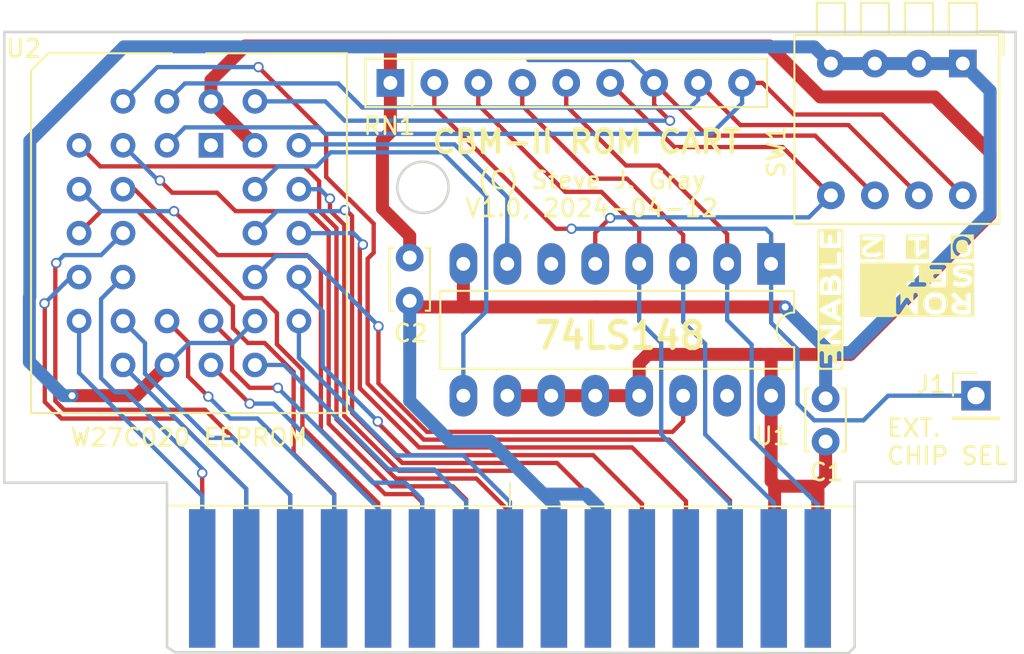
<source format=kicad_pcb>
(kicad_pcb (version 20221018) (generator pcbnew)
  (layers (0 "F.Cu" signal) (31 "B.Cu" signal) (34 "B.Paste" user) (35 "F.Paste" user) (36 "B.SilkS" user "B.Silkscreen") (37 "F.SilkS" user "F.Silkscreen") (38 "B.Mask" user) (39 "F.Mask" user) (44 "Edge.Cuts" user))
  (net 0 "")
  (net 1 "A0")
  (net 2 "A1")
  (net 3 "A2")
  (net 4 "A3")
  (net 5 "A4")
  (net 6 "A5")
  (net 7 "A6")
  (net 8 "A7")
  (net 9 "A8")
  (net 10 "A9")
  (net 11 "A10")
  (net 12 "A11")
  (net 13 "A12")
  (net 14 "5V")
  (net 15 "D0")
  (net 16 "D1")
  (net 17 "D2")
  (net 18 "D3")
  (net 19 "D4")
  (net 20 "D5")
  (net 21 "D6")
  (net 22 "D7")
  (net 23 "GND")
  (net 24 "Net-(J1-Pin_1)")
  (net 25 "S02")
  (net 26 "~{CSBANK1}")
  (net 27 "~{CSBANK2}")
  (net 28 "~{CSBANK3}")
  (net 29 "SR{slash}~{W}")
  (net 30 "ROMSET0")
  (net 31 "ROMSET1")
  (net 33 "~{CS_ROM}")
  (net 35 "E14")
  (net 36 "E13")
  (net 37 "ROMSET2")
  (net 38 "Net-(RN1-R5)")
  (footprint "Package_DIP:DIP-16_W7.62mm_LongPads" (layer "F.Cu") (at 168.7576 99.1616 -90)
    (fp_text reference "U1" (at 9.9568 -0.0508) (layer "F.SilkS"))
    (fp_text value "74LS148")
    (pad "1" thru_hole rect (at 0 0 270) (size 2.4 1.6) (drill 0.8) (layers "*.Cu" "*.Mask") (net 24 "Net-(J1-Pin_1)"))
    (pad "2" thru_hole oval (at 0 2.54 270) (size 2.4 1.6) (drill 0.8) (layers "*.Cu" "*.Mask") (net 28 "~{CSBANK3}"))
    (pad "3" thru_hole oval (at 0 5.08 270) (size 2.4 1.6) (drill 0.8) (layers "*.Cu" "*.Mask") (net 27 "~{CSBANK2}"))
    (pad "4" thru_hole oval (at 0 7.62 270) (size 2.4 1.6) (drill 0.8) (layers "*.Cu" "*.Mask") (net 26 "~{CSBANK1}"))
    (pad "5" thru_hole oval (at 0 10.16 270) (size 2.4 1.6) (drill 0.8) (layers "*.Cu" "*.Mask") (net 38 "Net-(RN1-R5)"))
    (pad "6" thru_hole oval (at 0 12.7 270) (size 2.4 1.6) (drill 0.8) (layers "*.Cu" "*.Mask"))
    (pad "7" thru_hole oval (at 0 15.24 270) (size 2.4 1.6) (drill 0.8) (layers "*.Cu" "*.Mask") (net 35 "E14"))
    (pad "8" thru_hole oval (at 0 17.78 270) (size 2.4 1.6) (drill 0.8) (layers "*.Cu" "*.Mask") (net 23 "GND"))
    (pad "9" thru_hole oval (at 7.62 17.78 270) (size 2.4 1.6) (drill 0.8) (layers "*.Cu" "*.Mask") (net 36 "E13"))
    (pad "10" thru_hole oval (at 7.62 15.24 270) (size 2.4 1.6) (drill 0.8) (layers "*.Cu" "*.Mask") (net 14 "5V"))
    (pad "11" thru_hole oval (at 7.62 12.7 270) (size 2.4 1.6) (drill 0.8) (layers "*.Cu" "*.Mask") (net 14 "5V"))
    (pad "12" thru_hole oval (at 7.62 10.16 270) (size 2.4 1.6) (drill 0.8) (layers "*.Cu" "*.Mask") (net 14 "5V"))
    (pad "13" thru_hole oval (at 7.62 7.62 270) (size 2.4 1.6) (drill 0.8) (layers "*.Cu" "*.Mask") (net 14 "5V"))
    (pad "14" thru_hole oval (at 7.62 5.08 270) (size 2.4 1.6) (drill 0.8) (layers "*.Cu" "*.Mask") (net 33 "~{CS_ROM}"))
    (pad "15" thru_hole oval (at 7.62 2.54 270) (size 2.4 1.6) (drill 0.8) (layers "*.Cu" "*.Mask"))
    (pad "16" thru_hole oval (at 7.62 0 270) (size 2.4 1.6) (drill 0.8) (layers "*.Cu" "*.Mask") (net 14 "5V"))
  )
  (footprint "Capacitor_THT:C_Disc_D3.4mm_W2.1mm_P2.50mm" (layer "F.Cu") (at 147.8788 98.7952 -90)
    (fp_text reference "C2" (at 4.3796 -0.0508 -180) (layer "F.SilkS"))
    (fp_text value "0.1uf")
    (pad "1" thru_hole circle (at 0 0 270) (size 1.6 1.6) (drill 0.8) (layers "*.Cu" "*.Mask") (net 14 "5V"))
    (pad "2" thru_hole circle (at 2.5 0 270) (size 1.6 1.6) (drill 0.8) (layers "*.Cu" "*.Mask") (net 23 "GND"))
  )
  (footprint "Resistor_THT:R_Array_SIP9" (layer "F.Cu") (at 146.7612 88.6968)
    (fp_text reference "RN1" (at -0.0508 2.4892) (layer "F.SilkS"))
    (fp_text value "4.7K")
    (pad "1" thru_hole rect (at 0 0) (size 1.6 1.6) (drill 0.8) (layers "*.Cu" "*.Mask") (net 14 "5V"))
    (pad "2" thru_hole oval (at 2.54 0) (size 1.6 1.6) (drill 0.8) (layers "*.Cu" "*.Mask") (net 24 "Net-(J1-Pin_1)"))
    (pad "3" thru_hole oval (at 5.08 0) (size 1.6 1.6) (drill 0.8) (layers "*.Cu" "*.Mask") (net 26 "~{CSBANK1}"))
    (pad "4" thru_hole oval (at 7.62 0) (size 1.6 1.6) (drill 0.8) (layers "*.Cu" "*.Mask") (net 27 "~{CSBANK2}"))
    (pad "5" thru_hole oval (at 10.16 0) (size 1.6 1.6) (drill 0.8) (layers "*.Cu" "*.Mask") (net 28 "~{CSBANK3}"))
    (pad "6" thru_hole oval (at 12.7 0) (size 1.6 1.6) (drill 0.8) (layers "*.Cu" "*.Mask") (net 38 "Net-(RN1-R5)"))
    (pad "7" thru_hole oval (at 15.24 0) (size 1.6 1.6) (drill 0.8) (layers "*.Cu" "*.Mask") (net 37 "ROMSET2"))
    (pad "8" thru_hole oval (at 17.78 0) (size 1.6 1.6) (drill 0.8) (layers "*.Cu" "*.Mask") (net 31 "ROMSET1"))
    (pad "9" thru_hole oval (at 20.32 0) (size 1.6 1.6) (drill 0.8) (layers "*.Cu" "*.Mask") (net 30 "ROMSET0"))
  )
  (footprint "Connector_PinHeader_2.54mm:PinHeader_1x01_P2.54mm_Vertical" (layer "F.Cu") (at 180.594 106.7816)
    (fp_text reference "J1" (at -2.5908 -0.6604) (layer "F.SilkS"))
    (fp_text value "EXT CS")
    (pad "1" thru_hole rect (at 0 0) (size 1.7 1.7) (drill 1) (layers "*.Cu" "*.Mask") (net 24 "Net-(J1-Pin_1)"))
  )
  (footprint "Package_LCC:PLCC-32_THT-Socket" (layer "F.Cu") (at 136.398 92.3036)
    (fp_text reference "U2" (at -10.8204 -5.588) (layer "F.SilkS"))
    (fp_text value "27C020")
    (pad "1" thru_hole rect (at 0 0) (size 1.4224 1.4224) (drill 0.8) (layers "*.Cu" "*.Mask"))
    (pad "2" thru_hole circle (at -2.54 -2.54) (size 1.4224 1.4224) (drill 0.8) (layers "*.Cu" "*.Mask") (net 31 "ROMSET1"))
    (pad "3" thru_hole circle (at -2.54 0) (size 1.4224 1.4224) (drill 0.8) (layers "*.Cu" "*.Mask") (net 30 "ROMSET0"))
    (pad "4" thru_hole circle (at -5.08 -2.54) (size 1.4224 1.4224) (drill 0.8) (layers "*.Cu" "*.Mask") (net 13 "A12"))
    (pad "5" thru_hole circle (at -7.62 0) (size 1.4224 1.4224) (drill 0.8) (layers "*.Cu" "*.Mask") (net 8 "A7"))
    (pad "6" thru_hole circle (at -5.08 0) (size 1.4224 1.4224) (drill 0.8) (layers "*.Cu" "*.Mask") (net 7 "A6"))
    (pad "7" thru_hole circle (at -7.62 2.54) (size 1.4224 1.4224) (drill 0.8) (layers "*.Cu" "*.Mask") (net 6 "A5"))
    (pad "8" thru_hole circle (at -5.08 2.54) (size 1.4224 1.4224) (drill 0.8) (layers "*.Cu" "*.Mask") (net 5 "A4"))
    (pad "9" thru_hole circle (at -7.62 5.08) (size 1.4224 1.4224) (drill 0.8) (layers "*.Cu" "*.Mask") (net 4 "A3"))
    (pad "10" thru_hole circle (at -5.08 5.08) (size 1.4224 1.4224) (drill 0.8) (layers "*.Cu" "*.Mask") (net 3 "A2"))
    (pad "11" thru_hole circle (at -7.62 7.62) (size 1.4224 1.4224) (drill 0.8) (layers "*.Cu" "*.Mask") (net 2 "A1"))
    (pad "12" thru_hole circle (at -5.08 7.62) (size 1.4224 1.4224) (drill 0.8) (layers "*.Cu" "*.Mask") (net 1 "A0"))
    (pad "13" thru_hole circle (at -7.62 10.16) (size 1.4224 1.4224) (drill 0.8) (layers "*.Cu" "*.Mask") (net 15 "D0"))
    (pad "14" thru_hole circle (at -5.08 12.7) (size 1.4224 1.4224) (drill 0.8) (layers "*.Cu" "*.Mask") (net 16 "D1"))
    (pad "15" thru_hole circle (at -5.08 10.16) (size 1.4224 1.4224) (drill 0.8) (layers "*.Cu" "*.Mask") (net 17 "D2"))
    (pad "16" thru_hole circle (at -2.54 12.7) (size 1.4224 1.4224) (drill 0.8) (layers "*.Cu" "*.Mask") (net 23 "GND"))
    (pad "17" thru_hole circle (at -2.54 10.16) (size 1.4224 1.4224) (drill 0.8) (layers "*.Cu" "*.Mask") (net 18 "D3"))
    (pad "18" thru_hole circle (at 0 12.7) (size 1.4224 1.4224) (drill 0.8) (layers "*.Cu" "*.Mask") (net 19 "D4"))
    (pad "19" thru_hole circle (at 0 10.16) (size 1.4224 1.4224) (drill 0.8) (layers "*.Cu" "*.Mask") (net 20 "D5"))
    (pad "20" thru_hole circle (at 2.54 12.7) (size 1.4224 1.4224) (drill 0.8) (layers "*.Cu" "*.Mask") (net 21 "D6"))
    (pad "21" thru_hole circle (at 5.08 10.16) (size 1.4224 1.4224) (drill 0.8) (layers "*.Cu" "*.Mask") (net 22 "D7"))
    (pad "22" thru_hole circle (at 2.54 10.16) (size 1.4224 1.4224) (drill 0.8) (layers "*.Cu" "*.Mask") (net 23 "GND"))
    (pad "23" thru_hole circle (at 5.08 7.62) (size 1.4224 1.4224) (drill 0.8) (layers "*.Cu" "*.Mask") (net 11 "A10"))
    (pad "24" thru_hole circle (at 2.54 7.62) (size 1.4224 1.4224) (drill 0.8) (layers "*.Cu" "*.Mask") (net 33 "~{CS_ROM}"))
    (pad "25" thru_hole circle (at 5.08 5.08) (size 1.4224 1.4224) (drill 0.8) (layers "*.Cu" "*.Mask") (net 12 "A11"))
    (pad "26" thru_hole circle (at 2.54 5.08) (size 1.4224 1.4224) (drill 0.8) (layers "*.Cu" "*.Mask") (net 10 "A9"))
    (pad "27" thru_hole circle (at 5.08 2.54) (size 1.4224 1.4224) (drill 0.8) (layers "*.Cu" "*.Mask") (net 9 "A8"))
    (pad "28" thru_hole circle (at 2.54 2.54) (size 1.4224 1.4224) (drill 0.8) (layers "*.Cu" "*.Mask") (net 36 "E13"))
    (pad "29" thru_hole circle (at 5.08 0) (size 1.4224 1.4224) (drill 0.8) (layers "*.Cu" "*.Mask") (net 35 "E14"))
    (pad "30" thru_hole circle (at 2.54 -2.54) (size 1.4224 1.4224) (drill 0.8) (layers "*.Cu" "*.Mask") (net 37 "ROMSET2"))
    (pad "31" thru_hole circle (at 2.54 0) (size 1.4224 1.4224) (drill 0.8) (layers "*.Cu" "*.Mask") (net 14 "5V"))
    (pad "32" thru_hole circle (at 0 -2.54) (size 1.4224 1.4224) (drill 0.8) (layers "*.Cu" "*.Mask") (net 14 "5V"))
  )
  (footprint "Button_Switch_THT:SW_DIP_SPSTx04_Piano_10.8x11.72mm_W7.62mm_P2.54mm" (layer "F.Cu") (at 179.832 87.5792 -90)
    (fp_text reference "SW1" (at 5.08 10.7696 90) (layer "F.SilkS"))
    (fp_text value "ROMSET/ENABLE")
    (pad "1" thru_hole rect (at 0 0 270) (size 1.6 1.6) (drill 0.8) (layers "*.Cu" "*.Mask") (net 23 "GND"))
    (pad "2" thru_hole oval (at 0 2.54 270) (size 1.6 1.6) (drill 0.8) (layers "*.Cu" "*.Mask") (net 23 "GND"))
    (pad "3" thru_hole oval (at 0 5.08 270) (size 1.6 1.6) (drill 0.8) (layers "*.Cu" "*.Mask") (net 23 "GND"))
    (pad "4" thru_hole oval (at 0 7.62 270) (size 1.6 1.6) (drill 0.8) (layers "*.Cu" "*.Mask") (net 23 "GND"))
    (pad "5" thru_hole oval (at 7.62 7.62 270) (size 1.6 1.6) (drill 0.8) (layers "*.Cu" "*.Mask") (net 38 "Net-(RN1-R5)"))
    (pad "6" thru_hole oval (at 7.62 5.08 270) (size 1.6 1.6) (drill 0.8) (layers "*.Cu" "*.Mask") (net 37 "ROMSET2"))
    (pad "7" thru_hole oval (at 7.62 2.54 270) (size 1.6 1.6) (drill 0.8) (layers "*.Cu" "*.Mask") (net 31 "ROMSET1"))
    (pad "8" thru_hole oval (at 7.62 0 270) (size 1.6 1.6) (drill 0.8) (layers "*.Cu" "*.Mask") (net 30 "ROMSET0"))
  )
  (footprint "Capacitor_THT:C_Disc_D3.4mm_W2.1mm_P2.50mm" (layer "F.Cu") (at 171.9072 109.434 90)
    (fp_text reference "C1" (at -1.7672 0.0508 180) (layer "F.SilkS"))
    (fp_text value "0.1uf")
    (pad "1" thru_hole circle (at 0 0 90) (size 1.6 1.6) (drill 0.8) (layers "*.Cu" "*.Mask") (net 14 "5V"))
    (pad "2" thru_hole circle (at 2.5 0 90) (size 1.6 1.6) (drill 0.8) (layers "*.Cu" "*.Mask") (net 23 "GND"))
  )
  (footprint "footprint:CBM2-Cart-Edge" (layer "F.Cu") (at 124.46 121.158)
    (fp_text reference "P1" hide)
    (fp_text value "cbm-ii-cartedge" hide)
    (pad "1" smd rect (at 11.43 -3.81 180) (size 1.524 8) (layers "F.Cu" "F.Paste" "F.Mask") (net 1 "A0"))
    (pad "2" smd rect (at 13.97 -3.81 180) (size 1.524 8) (layers "F.Cu" "F.Paste" "F.Mask") (net 2 "A1"))
    (pad "3" smd rect (at 16.51 -3.81 180) (size 1.524 8) (layers "F.Cu" "F.Paste" "F.Mask") (net 3 "A2"))
    (pad "4" smd rect (at 19.05 -3.81 180) (size 1.524 8) (layers "F.Cu" "F.Paste" "F.Mask") (net 4 "A3"))
    (pad "5" smd rect (at 21.59 -3.81 180) (size 1.524 8) (layers "F.Cu" "F.Paste" "F.Mask") (net 5 "A4"))
    (pad "6" smd rect (at 24.13 -3.81 180) (size 1.524 8) (layers "F.Cu" "F.Paste" "F.Mask") (net 6 "A5"))
    (pad "7" smd rect (at 26.67 -3.81 180) (size 1.524 8) (layers "F.Cu" "F.Paste" "F.Mask") (net 7 "A6"))
    (pad "8" smd rect (at 29.21 -3.81 180) (size 1.524 8) (layers "F.Cu" "F.Paste" "F.Mask") (net 8 "A7"))
    (pad "9" smd rect (at 31.75 -3.81 180) (size 1.524 8) (layers "F.Cu" "F.Paste" "F.Mask") (net 9 "A8"))
    (pad "10" smd rect (at 34.29 -3.81 180) (size 1.524 8) (layers "F.Cu" "F.Paste" "F.Mask") (net 10 "A9"))
    (pad "11" smd rect (at 36.83 -3.81 180) (size 1.524 8) (layers "F.Cu" "F.Paste" "F.Mask") (net 11 "A10"))
    (pad "12" smd rect (at 39.37 -3.81 180) (size 1.524 8) (layers "F.Cu" "F.Paste" "F.Mask") (net 12 "A11"))
    (pad "13" smd rect (at 41.91 -3.81 180) (size 1.524 8) (layers "F.Cu" "F.Paste" "F.Mask") (net 13 "A12"))
    (pad "14" smd rect (at 44.45 -3.81 180) (size 1.524 8) (layers "F.Cu" "F.Paste" "F.Mask") (net 14 "5V"))
    (pad "15" smd rect (at 46.99 -3.81 180) (size 1.524 8) (layers "F.Cu" "F.Paste" "F.Mask") (net 14 "5V"))
    (pad "16" smd rect (at 11.43 -3.81) (size 1.524 8) (layers "B.Cu" "B.Paste" "B.Mask") (net 15 "D0"))
    (pad "17" smd rect (at 13.97 -3.81) (size 1.524 8) (layers "B.Cu" "B.Paste" "B.Mask") (net 16 "D1"))
    (pad "18" smd rect (at 16.51 -3.81) (size 1.524 8) (layers "B.Cu" "B.Paste" "B.Mask") (net 17 "D2"))
    (pad "19" smd rect (at 19.05 -3.81) (size 1.524 8) (layers "B.Cu" "B.Paste" "B.Mask") (net 18 "D3"))
    (pad "20" smd rect (at 21.59 -3.81) (size 1.524 8) (layers "B.Cu" "B.Paste" "B.Mask") (net 19 "D4"))
    (pad "21" smd rect (at 24.13 -3.81) (size 1.524 8) (layers "B.Cu" "B.Paste" "B.Mask") (net 20 "D5"))
    (pad "22" smd rect (at 26.67 -3.81) (size 1.524 8) (layers "B.Cu" "B.Paste" "B.Mask") (net 21 "D6"))
    (pad "23" smd rect (at 29.21 -3.81) (size 1.524 8) (layers "B.Cu" "B.Paste" "B.Mask") (net 22 "D7"))
    (pad "24" smd rect (at 31.75 -3.81) (size 1.524 8) (layers "B.Cu" "B.Paste" "B.Mask") (net 23 "GND"))
    (pad "25" smd rect (at 34.29 -3.81) (size 1.524 8) (layers "B.Cu" "B.Paste" "B.Mask") (net 23 "GND"))
    (pad "26" smd rect (at 36.83 -3.81) (size 1.524 8) (layers "B.Cu" "B.Paste" "B.Mask") (net 29 "SR{slash}~{W}"))
    (pad "27" smd rect (at 39.37 -3.81) (size 1.524 8) (layers "B.Cu" "B.Paste" "B.Mask") (net 25 "S02"))
    (pad "28" smd rect (at 41.91 -3.81) (size 1.524 8) (layers "B.Cu" "B.Paste" "B.Mask") (net 26 "~{CSBANK1}"))
    (pad "29" smd rect (at 44.45 -3.81) (size 1.524 8) (layers "B.Cu" "B.Paste" "B.Mask") (net 27 "~{CSBANK2}"))
    (pad "30" smd rect (at 46.99 -3.81) (size 1.524 8) (layers "B.Cu" "B.Paste" "B.Mask") (net 28 "~{CSBANK3}"))
  )
  (gr_rect (start 173.9646 99.1616) (end 175.8442 102.1588) (stroke (width 0.15)) (fill solid) (layer "F.SilkS"))
  (gr_line (start 133.858 111.8108) (end 124.46 111.8108) (stroke (width 0.15)) (layer "Edge.Cuts"))
  (gr_circle (center 148.6408 94.734139) (end 148.4884 96.207339) (stroke (width 0.15)) (fill none) (layer "Edge.Cuts"))
  (gr_line (start 182.88 111.76) (end 173.5836 111.76) (stroke (width 0.15)) (layer "Edge.Cuts"))
  (gr_line (start 124.46 111.8108) (end 124.46 85.7504) (stroke (width 0.15)) (layer "Edge.Cuts"))
  (gr_line (start 173.5836 111.76) (end 173.5836 121.3104) (stroke (width 0.15)) (layer "Edge.Cuts"))
  (gr_line (start 124.46 85.7504) (end 182.88 85.7504) (stroke (width 0.15)) (layer "Edge.Cuts"))
  (gr_line (start 134.3152 121.6152) (end 133.858 121.3104) (stroke (width 0.15)) (layer "Edge.Cuts"))
  (gr_line (start 173.228 121.666) (end 134.3152 121.6152) (stroke (width 0.15)) (layer "Edge.Cuts"))
  (gr_line (start 133.858 121.3104) (end 133.858 111.8108) (stroke (width 0.15)) (layer "Edge.Cuts"))
  (gr_line (start 173.5836 121.3104) (end 173.228 121.666) (stroke (width 0.15)) (layer "Edge.Cuts"))
  (gr_line (start 182.88 85.7504) (end 182.88 111.76) (stroke (width 0.15)) (layer "Edge.Cuts"))
  (gr_text "CBM-II ROM CART\n" (at 158.0896 92.8624) (layer "F.SilkS") (effects (font (size 1.3 1.3) (thickness 0.25) bold) (justify bottom)))
  (gr_text "0" (at 180.6956 97.536 180) (layer "F.SilkS" knockout) (effects (font (size 1 1.6) (thickness 0.2)) (justify left bottom)))
  (gr_text "ENABLE" (at 172.8216 105.5624 90) (layer "F.SilkS" knockout) (effects (font (size 1 1.5) (thickness 0.25) bold) (justify left bottom)))
  (gr_text "1" (at 178.1048 97.536 180) (layer "F.SilkS" knockout) (effects (font (size 1 1.6) (thickness 0.2)) (justify left bottom)))
  (gr_text "ROM \nSET " (at 180.6956 99.2124 180) (layer "F.SilkS" knockout) (effects (font (size 1 1.5) (thickness 0.25) bold) (justify left bottom)))
  (gr_text "74LS148" (at 154.94 104.1908) (layer "F.SilkS") (effects (font (size 1.5 1.5) (thickness 0.3) bold) (justify left bottom)))
  (gr_text "EXT.\nCHIP SEL" (at 175.3616 110.8456) (layer "F.SilkS") (effects (font (size 1 1)) (justify left bottom)))
  (gr_text "W27C020 EEPROM" (at 135.128 109.7788) (layer "F.SilkS") (effects (font (size 1 1)) (justify bottom)))
  (gr_text "2" (at 175.4632 97.536 180) (layer "F.SilkS" knockout) (effects (font (size 1 1.6) (thickness 0.2)) (justify left bottom)))
  (gr_text "(C) Steve J. Gray\nV1.0, 2024-04-12" (at 158.3944 96.52) (layer "F.SilkS") (effects (font (size 1 1)) (justify bottom)))
  (segment (start 135.8982 112.2254) (end 135.8982 117.5044) (width 0.25) (layer "F.Cu") (net 1))
  (segment (start 135.89 111.252) (end 135.89 112.2172) (width 0.25) (layer "F.Cu") (net 1))
  (segment (start 135.89 112.2172) (end 135.8982 112.2254) (width 0.25) (layer "F.Cu") (net 1))
  (via (at 135.89 111.252) (size 0.6) (drill 0.4) (layers "F.Cu" "B.Cu") (net 1))
  (segment (start 131.4196 99.9236) (end 131.6736 100.1776) (width 0.25) (layer "B.Cu") (net 1))
  (segment (start 135.382 110.49) (end 135.89 110.998) (width 0.25) (layer "B.Cu") (net 1))
  (segment (start 130.048 105.7656) (end 130.8608 106.5784) (width 0.25) (layer "B.Cu") (net 1))
  (segment (start 135.89 110.998) (end 135.89 111.252) (width 0.25) (layer "B.Cu") (net 1))
  (segment (start 130.8608 106.5784) (end 131.4704 106.5784) (width 0.25) (layer "B.Cu") (net 1))
  (segment (start 131.318 99.9236) (end 131.4196 99.9236) (width 0.25) (layer "B.Cu") (net 1))
  (segment (start 130.048 101.1936) (end 130.048 105.7656) (width 0.25) (layer "B.Cu") (net 1))
  (segment (start 131.4704 106.5784) (end 135.382 110.49) (width 0.25) (layer "B.Cu") (net 1))
  (segment (start 130.048 101.1936) (end 131.318 99.9236) (width 0.25) (layer "B.Cu") (net 1))
  (segment (start 138.4382 112.1746) (end 138.4382 117.5044) (width 0.25) (layer "F.Cu") (net 2))
  (segment (start 126.7968 107.1372) (end 127.762 108.1024) (width 0.25) (layer "F.Cu") (net 2))
  (segment (start 127.762 108.1024) (end 134.366 108.1024) (width 0.25) (layer "F.Cu") (net 2))
  (segment (start 134.366 108.1024) (end 138.4382 112.1746) (width 0.25) (layer "F.Cu") (net 2))
  (segment (start 126.7814 101.4476) (end 126.7968 101.463) (width 0.25) (layer "F.Cu") (net 2))
  (segment (start 126.7968 101.463) (end 126.7968 107.1372) (width 0.25) (layer "F.Cu") (net 2))
  (via (at 126.7814 101.4476) (size 0.6) (drill 0.4) (layers "F.Cu" "B.Cu") (net 2))
  (segment (start 126.7814 101.4476) (end 128.3054 99.9236) (width 0.25) (layer "B.Cu") (net 2))
  (segment (start 128.3054 99.9236) (end 128.778 99.9236) (width 0.25) (layer "B.Cu") (net 2))
  (segment (start 140.9782 112.522) (end 140.9782 117.5044) (width 0.25) (layer "F.Cu") (net 3))
  (segment (start 136.0506 107.5944) (end 140.9782 112.522) (width 0.25) (layer "F.Cu") (net 3))
  (segment (start 127.9144 107.5944) (end 136.0506 107.5944) (width 0.25) (layer "F.Cu") (net 3))
  (segment (start 127.4064 99.1616) (end 127.4064 107.0864) (width 0.25) (layer "F.Cu") (net 3))
  (segment (start 127.4064 107.0864) (end 127.9144 107.5944) (width 0.25) (layer "F.Cu") (net 3))
  (segment (start 127.4572 99.1108) (end 127.4064 99.1616) (width 0.25) (layer "F.Cu") (net 3))
  (via (at 127.4572 99.1108) (size 0.6) (drill 0.4) (layers "F.Cu" "B.Cu") (net 3))
  (segment (start 130.048 98.6536) (end 131.318 97.3836) (width 0.25) (layer "B.Cu") (net 3))
  (segment (start 127.4572 99.1108) (end 127.9144 98.6536) (width 0.25) (layer "B.Cu") (net 3))
  (segment (start 127.9144 98.6536) (end 130.048 98.6536) (width 0.25) (layer "B.Cu") (net 3))
  (segment (start 138.5316 103.7336) (end 139.4968 103.7336) (width 0.25) (layer "F.Cu") (net 4))
  (segment (start 137.668 101.6) (end 137.668 102.87) (width 0.25) (layer "F.Cu") (net 4))
  (segment (start 141.1732 110.1262) (end 143.5182 112.4712) (width 0.25) (layer "F.Cu") (net 4))
  (segment (start 130.048 96.1136) (end 132.1816 96.1136) (width 0.25) (layer "F.Cu") (net 4))
  (segment (start 139.4968 103.7336) (end 141.1732 105.41) (width 0.25) (layer "F.Cu") (net 4))
  (segment (start 132.1816 96.1136) (end 137.668 101.6) (width 0.25) (layer "F.Cu") (net 4))
  (segment (start 143.5182 112.4712) (end 143.5182 117.5044) (width 0.25) (layer "F.Cu") (net 4))
  (segment (start 137.668 102.87) (end 138.5316 103.7336) (width 0.25) (layer "F.Cu") (net 4))
  (segment (start 128.778 97.3836) (end 130.048 96.1136) (width 0.25) (layer "F.Cu") (net 4))
  (segment (start 141.1732 105.41) (end 141.1732 110.1262) (width 0.25) (layer "F.Cu") (net 4))
  (segment (start 141.6812 108.6104) (end 146.0582 112.9874) (width 0.25) (layer "F.Cu") (net 5))
  (segment (start 140.208 103.808404) (end 141.6812 105.281604) (width 0.25) (layer "F.Cu") (net 5))
  (segment (start 146.0582 112.9874) (end 146.0582 117.5044) (width 0.25) (layer "F.Cu") (net 5))
  (segment (start 131.9784 94.8436) (end 138.2776 101.1428) (width 0.25) (layer "F.Cu") (net 5))
  (segment (start 139.3444 101.1428) (end 140.208 102.0064) (width 0.25) (layer "F.Cu") (net 5))
  (segment (start 131.318 94.8436) (end 131.9784 94.8436) (width 0.25) (layer "F.Cu") (net 5))
  (segment (start 141.6812 105.281604) (end 141.6812 108.6104) (width 0.25) (layer "F.Cu") (net 5))
  (segment (start 140.208 102.0064) (end 140.208 103.808404) (width 0.25) (layer "F.Cu") (net 5))
  (segment (start 138.2776 101.1428) (end 139.3444 101.1428) (width 0.25) (layer "F.Cu") (net 5))
  (segment (start 148.1328 112.4712) (end 146.4564 112.4712) (width 0.25) (layer "F.Cu") (net 6))
  (segment (start 148.5982 112.9366) (end 148.1328 112.4712) (width 0.25) (layer "F.Cu") (net 6))
  (segment (start 142.748 108.7628) (end 142.748 99.4664) (width 0.25) (layer "F.Cu") (net 6))
  (segment (start 146.4564 112.4712) (end 142.748 108.7628) (width 0.25) (layer "F.Cu") (net 6))
  (segment (start 141.9352 98.6536) (end 136.8044 98.6536) (width 0.25) (layer "F.Cu") (net 6))
  (segment (start 142.748 99.4664) (end 141.9352 98.6536) (width 0.25) (layer "F.Cu") (net 6))
  (segment (start 136.8044 98.6536) (end 134.2644 96.1136) (width 0.25) (layer "F.Cu") (net 6))
  (segment (start 148.5982 117.5044) (end 148.5982 112.9366) (width 0.25) (layer "F.Cu") (net 6))
  (via (at 134.2644 96.1136) (size 0.6) (drill 0.4) (layers "F.Cu" "B.Cu") (net 6))
  (segment (start 130.048 96.1136) (end 128.778 94.8436) (width 0.25) (layer "B.Cu") (net 6))
  (segment (start 134.2644 96.1136) (end 130.048 96.1136) (width 0.25) (layer "B.Cu") (net 6))
  (segment (start 136.7536 95.0468) (end 134.1628 95.0468) (width 0.25) (layer "F.Cu") (net 7))
  (segment (start 134.1628 95.0468) (end 133.4516 94.3356) (width 0.25) (layer "F.Cu") (net 7))
  (segment (start 142.0368 96.1136) (end 137.8204 96.1136) (width 0.25) (layer "F.Cu") (net 7))
  (segment (start 151.1382 117.5044) (end 151.1382 112.7842) (width 0.25) (layer "F.Cu") (net 7))
  (segment (start 146.8192 112.0212) (end 143.198 108.4) (width 0.25) (layer "F.Cu") (net 7))
  (segment (start 143.198 108.4) (end 143.198 97.2748) (width 0.25) (layer "F.Cu") (net 7))
  (segment (start 137.8204 96.1136) (end 136.7536 95.0468) (width 0.25) (layer "F.Cu") (net 7))
  (segment (start 150.3752 112.0212) (end 146.8192 112.0212) (width 0.25) (layer "F.Cu") (net 7))
  (segment (start 151.1382 112.7842) (end 150.3752 112.0212) (width 0.25) (layer "F.Cu") (net 7))
  (segment (start 143.198 97.2748) (end 142.0368 96.1136) (width 0.25) (layer "F.Cu") (net 7))
  (via (at 133.4516 94.3356) (size 0.6) (drill 0.4) (layers "F.Cu" "B.Cu") (net 7))
  (segment (start 133.35 94.3356) (end 131.318 92.3036) (width 0.25) (layer "B.Cu") (net 7))
  (segment (start 133.4516 94.3356) (end 133.35 94.3356) (width 0.25) (layer "B.Cu") (net 7))
  (segment (start 129.9972 93.5228) (end 128.778 92.3036) (width 0.25) (layer "F.Cu") (net 8))
  (segment (start 142.6464 94.3864) (end 141.7828 93.5228) (width 0.25) (layer "F.Cu") (net 8))
  (segment (start 142.6464 96.086804) (end 142.6464 94.3864) (width 0.25) (layer "F.Cu") (net 8))
  (segment (start 143.648 97.088404) (end 142.6464 96.086804) (width 0.25) (layer "F.Cu") (net 8))
  (segment (start 153.6782 113.519404) (end 151.729996 111.5712) (width 0.25) (layer "F.Cu") (net 8))
  (segment (start 141.7828 93.5228) (end 129.9972 93.5228) (width 0.25) (layer "F.Cu") (net 8))
  (segment (start 147.0804 111.5712) (end 143.648 108.1388) (width 0.25) (layer "F.Cu") (net 8))
  (segment (start 153.6782 117.5044) (end 153.6782 113.519404) (width 0.25) (layer "F.Cu") (net 8))
  (segment (start 151.729996 111.5712) (end 147.0804 111.5712) (width 0.25) (layer "F.Cu") (net 8))
  (segment (start 143.648 108.1388) (end 143.648 97.088404) (width 0.25) (layer "F.Cu") (net 8))
  (segment (start 156.2182 112.9874) (end 156.2182 117.5044) (width 0.25) (layer "F.Cu") (net 9))
  (segment (start 143.2714 96.075408) (end 144.098 96.902008) (width 0.25) (layer "F.Cu") (net 9))
  (segment (start 154.352 111.1212) (end 156.2182 112.9874) (width 0.25) (layer "F.Cu") (net 9))
  (segment (start 144.098 96.902008) (end 144.098 107.952404) (width 0.25) (layer "F.Cu") (net 9))
  (segment (start 143.2714 95.385925) (end 143.2714 96.075408) (width 0.25) (layer "F.Cu") (net 9))
  (segment (start 147.266796 111.1212) (end 154.352 111.1212) (width 0.25) (layer "F.Cu") (net 9))
  (segment (start 144.098 107.952404) (end 147.266796 111.1212) (width 0.25) (layer "F.Cu") (net 9))
  (via (at 143.2714 95.385925) (size 0.6) (drill 0.4) (layers "F.Cu" "B.Cu") (net 9))
  (segment (start 143.240525 95.385925) (end 142.6982 94.8436) (width 0.25) (layer "B.Cu") (net 9))
  (segment (start 143.2714 95.385925) (end 143.240525 95.385925) (width 0.25) (layer "B.Cu") (net 9))
  (segment (start 142.6982 94.8436) (end 141.478 94.8436) (width 0.25) (layer "B.Cu") (net 9))
  (segment (start 144.131138 96.051262) (end 144.209662 96.051262) (width 0.25) (layer "F.Cu") (net 10))
  (segment (start 158.7582 113.0382) (end 158.7582 117.5044) (width 0.25) (layer "F.Cu") (net 10))
  (segment (start 147.453192 110.6712) (end 156.3912 110.6712) (width 0.25) (layer "F.Cu") (net 10))
  (segment (start 144.548 107.766008) (end 147.453192 110.6712) (width 0.25) (layer "F.Cu") (net 10))
  (segment (start 144.209662 96.051262) (end 144.548 96.3896) (width 0.25) (layer "F.Cu") (net 10))
  (segment (start 156.3912 110.6712) (end 158.7582 113.0382) (width 0.25) (layer "F.Cu") (net 10))
  (segment (start 144.548 96.3896) (end 144.548 107.766008) (width 0.25) (layer "F.Cu") (net 10))
  (via (at 144.131138 96.051262) (size 0.6) (drill 0.4) (layers "F.Cu" "B.Cu") (net 10))
  (segment (start 144.131138 96.051262) (end 144.0688 96.1136) (width 0.25) (layer "B.Cu") (net 10))
  (segment (start 144.0688 96.1136) (end 140.208 96.1136) (width 0.25) (layer "B.Cu") (net 10))
  (segment (start 140.208 96.1136) (end 138.938 97.3836) (width 0.25) (layer "B.Cu") (net 10))
  (segment (start 158.4812 110.2212) (end 161.2982 113.0382) (width 0.25) (layer "F.Cu") (net 11))
  (segment (start 147.9148 110.2212) (end 158.4812 110.2212) (width 0.25) (layer "F.Cu") (net 11))
  (segment (start 161.2982 113.0382) (end 161.2982 117.5044) (width 0.25) (layer "F.Cu") (net 11))
  (segment (start 145.9992 108.3056) (end 147.9148 110.2212) (width 0.25) (layer "F.Cu") (net 11))
  (via (at 146.034742 108.270058) (size 0.6) (drill 0.4) (layers "F.Cu" "B.Cu") (net 11))
  (segment (start 142.8496 101.9048) (end 142.8496 105.084916) (width 0.25) (layer "B.Cu") (net 11))
  (segment (start 141.478 99.9236) (end 141.478 100.5332) (width 0.25) (layer "B.Cu") (net 11))
  (segment (start 141.478 100.5332) (end 142.8496 101.9048) (width 0.25) (layer "B.Cu") (net 11))
  (segment (start 142.8496 105.084916) (end 146.034742 108.270058) (width 0.25) (layer "B.Cu") (net 11))
  (segment (start 144.998 98.219) (end 144.998 106.349432) (width 0.25) (layer "F.Cu") (net 12))
  (segment (start 160.7236 109.7712) (end 163.8382 112.8858) (width 0.25) (layer "F.Cu") (net 12))
  (segment (start 148.419768 109.7712) (end 160.7236 109.7712) (width 0.25) (layer "F.Cu") (net 12))
  (segment (start 163.8382 112.8858) (end 163.8382 117.5044) (width 0.25) (layer "F.Cu") (net 12))
  (segment (start 144.998 106.349432) (end 148.419768 109.7712) (width 0.25) (layer "F.Cu") (net 12))
  (segment (start 145.173 98.044) (end 144.998 98.219) (width 0.25) (layer "F.Cu") (net 12))
  (via (at 145.173 98.044) (size 0.6) (drill 0.4) (layers "F.Cu" "B.Cu") (net 12))
  (segment (start 144.6276 97.3836) (end 141.478 97.3836) (width 0.25) (layer "B.Cu") (net 12))
  (segment (start 145.173 97.929) (end 144.6276 97.3836) (width 0.25) (layer "B.Cu") (net 12))
  (segment (start 145.173 98.044) (end 145.173 97.929) (width 0.25) (layer "B.Cu") (net 12))
  (segment (start 139.1412 87.7824) (end 143.0528 91.694) (width 0.25) (layer "F.Cu") (net 13))
  (segment (start 143.0528 94.1324) (end 144.346662 95.426262) (width 0.25) (layer "F.Cu") (net 13))
  (segment (start 166.3782 112.835) (end 166.3782 117.5044) (width 0.25) (layer "F.Cu") (net 13))
  (segment (start 145.798 96.83424) (end 145.798 98.51475) (width 0.25) (layer "F.Cu") (net 13))
  (segment (start 143.0528 91.694) (end 143.0528 94.1324) (width 0.25) (layer "F.Cu") (net 13))
  (segment (start 148.6912 109.3212) (end 162.8644 109.3212) (width 0.25) (layer "F.Cu") (net 13))
  (segment (start 144.390022 95.426262) (end 145.798 96.83424) (width 0.25) (layer "F.Cu") (net 13))
  (segment (start 162.8644 109.3212) (end 166.3782 112.835) (width 0.25) (layer "F.Cu") (net 13))
  (segment (start 145.448 98.86475) (end 145.448 106.078) (width 0.25) (layer "F.Cu") (net 13))
  (segment (start 144.346662 95.426262) (end 144.390022 95.426262) (width 0.25) (layer "F.Cu") (net 13))
  (segment (start 145.448 106.078) (end 148.6912 109.3212) (width 0.25) (layer "F.Cu") (net 13))
  (segment (start 145.798 98.51475) (end 145.448 98.86475) (width 0.25) (layer "F.Cu") (net 13))
  (via (at 139.1412 87.7824) (size 0.6) (drill 0.4) (layers "F.Cu" "B.Cu") (net 13))
  (segment (start 133.2992 87.7824) (end 131.318 89.7636) (width 0.25) (layer "B.Cu") (net 13))
  (segment (start 139.1412 87.7824) (end 133.2992 87.7824) (width 0.25) (layer "B.Cu") (net 13))
  (segment (start 146.7612 88.6968) (end 146.7612 86.614) (width 0.75) (layer "F.Cu") (net 14))
  (segment (start 136.398 88.5444) (end 138.3792 86.5632) (width 0.75) (layer "F.Cu") (net 14))
  (segment (start 161.6456 104.394) (end 168.148 104.394) (width 0.75) (layer "F.Cu") (net 14))
  (segment (start 171.4582 112.0058) (end 171.4582 112.9284) (width 0.75) (layer "F.Cu") (net 14))
  (segment (start 168.656 86.5632) (end 171.6024 89.5096) (width 0.75) (layer "F.Cu") (net 14))
  (segment (start 136.398 89.7636) (end 138.938 92.3036) (width 0.75) (layer "F.Cu") (net 14))
  (segment (start 168.9608 117.4618) (end 168.9182 117.5044) (width 0.75) (layer "F.Cu") (net 14))
  (segment (start 146.7612 86.614) (end 146.7104 86.5632) (width 0.75) (layer "F.Cu") (net 14))
  (segment (start 153.5176 106.7816) (end 156.0576 106.7816) (width 0.75) (layer "F.Cu") (net 14))
  (segment (start 136.398 89.7636) (end 136.398 88.5444) (width 0.75) (layer "F.Cu") (net 14))
  (segment (start 171.6024 89.5096) (end 178.2064 89.5096) (width 0.75) (layer "F.Cu") (net 14))
  (segment (start 178.2064 89.5096) (end 181.4068 92.71) (width 0.75) (layer "F.Cu") (net 14))
  (segment (start 147.8788 97.536) (end 146.304 95.9612) (width 0.75) (layer "F.Cu") (net 14))
  (segment (start 156.0576 106.7816) (end 158.5976 106.7816) (width 0.75) (layer "F.Cu") (net 14))
  (segment (start 181.4068 96.3168) (end 173.3296 104.394) (width 0.75) (layer "F.Cu") (net 14))
  (segment (start 168.7576 106.7816) (end 168.7576 111.7092) (width 0.75) (layer "F.Cu") (net 14))
  (segment (start 168.9182 112.8186) (end 168.9608 112.776) (width 0.25) (layer "F.Cu") (net 14))
  (segment (start 168.7576 104.4448) (end 168.7068 104.394) (width 0.75) (layer "F.Cu") (net 14))
  (segment (start 168.7068 104.394) (end 168.148 104.394) (width 0.75) (layer "F.Cu") (net 14))
  (segment (start 168.7576 111.7092) (end 169.0624 112.014) (width 0.75) (layer "F.Cu") (net 14))
  (segment (start 138.3792 86.5632) (end 146.7104 86.5632) (width 0.75) (layer "F.Cu") (net 14))
  (segment (start 161.1376 104.902) (end 161.6456 104.394) (width 0.75) (layer "F.Cu") (net 14))
  (segment (start 171.4582 117.5044) (end 171.4582 112.9284) (width 0.75) (layer "F.Cu") (net 14))
  (segment (start 146.7104 86.5632) (end 168.656 86.5632) (width 0.75) (layer "F.Cu") (net 14))
  (segment (start 158.5976 106.7816) (end 161.1376 106.7816) (width 0.75) (layer "F.Cu") (net 14))
  (segment (start 146.304 95.9612) (end 146.304 91.9988) (width 0.75) (layer "F.Cu") (net 14))
  (segment (start 171.4582 112.9284) (end 171.4582 112.3778) (width 0.75) (layer "F.Cu") (net 14))
  (segment (start 168.9182 117.5044) (end 168.9182 112.8186) (width 0.25) (layer "F.Cu") (net 14))
  (segment (start 147.8788 98.7952) (end 147.8788 97.536) (width 0.75) (layer "F.Cu") (net 14))
  (segment (start 168.7576 106.7816) (end 168.7576 104.4448) (width 0.75) (layer "F.Cu") (net 14))
  (segment (start 171.0944 112.014) (end 169.0624 112.014) (width 0.75) (layer "F.Cu") (net 14))
  (segment (start 146.304 91.9988) (end 146.7612 91.5416) (width 0.75) (layer "F.Cu") (net 14))
  (segment (start 146.7612 91.5416) (end 146.7612 88.6968) (width 0.75) (layer "F.Cu") (net 14))
  (segment (start 168.9608 112.1156) (end 168.9608 117.4618) (width 0.75) (layer "F.Cu") (net 14))
  (segment (start 171.4582 112.0058) (end 171.9072 111.5568) (width 0.75) (layer "F.Cu") (net 14))
  (segment (start 181.4068 92.71) (end 181.4068 96.3168) (width 0.75) (layer "F.Cu") (net 14))
  (segment (start 171.9072 111.5568) (end 171.9072 109.434) (width 0.75) (layer "F.Cu") (net 14))
  (segment (start 169.0624 112.014) (end 168.9608 112.1156) (width 0.75) (layer "F.Cu") (net 14))
  (segment (start 173.3296 104.394) (end 168.7068 104.394) (width 0.75) (layer "F.Cu") (net 14))
  (segment (start 171.4582 112.3778) (end 171.0944 112.014) (width 0.75) (layer "F.Cu") (net 14))
  (segment (start 161.1376 106.7816) (end 161.1376 104.902) (width 0.75) (layer "F.Cu") (net 14))
  (segment (start 135.8982 117.5044) (end 135.8982 112.581) (width 0.25) (layer "B.Cu") (net 15))
  (segment (start 128.778 105.4608) (end 128.778 102.4636) (width 0.25) (layer "B.Cu") (net 15))
  (segment (start 135.8982 112.581) (end 128.778 105.4608) (width 0.25) (layer "B.Cu") (net 15))
  (segment (start 138.4382 112.1746) (end 131.318 105.0544) (width 0.25) (layer "B.Cu") (net 16))
  (segment (start 131.318 105.0544) (end 131.318 105.0036) (width 0.25) (layer "B.Cu") (net 16))
  (segment (start 138.4382 117.5044) (end 138.4382 112.1746) (width 0.25) (layer "B.Cu") (net 16))
  (segment (start 140.9782 112.5302) (end 137.668 109.22) (width 0.25) (layer "B.Cu") (net 17))
  (segment (start 140.9782 117.5044) (end 140.9782 112.5302) (width 0.25) (layer "B.Cu") (net 17))
  (segment (start 132.588 103.7336) (end 131.318 102.4636) (width 0.25) (layer "B.Cu") (net 17))
  (segment (start 137.668 109.22) (end 136.2964 109.22) (width 0.25) (layer "B.Cu") (net 17))
  (segment (start 132.588 105.5116) (end 132.588 103.7336) (width 0.25) (layer "B.Cu") (net 17))
  (segment (start 136.2964 109.22) (end 132.588 105.5116) (width 0.25) (layer "B.Cu") (net 17))
  (segment (start 135.0772 103.6828) (end 133.858 102.4636) (width 0.25) (layer "F.Cu") (net 18))
  (segment (start 136.2456 106.8324) (end 135.0772 105.664) (width 0.25) (layer "F.Cu") (net 18))
  (segment (start 135.0772 105.664) (end 135.0772 103.6828) (width 0.25) (layer "F.Cu") (net 18))
  (via (at 136.2456 106.8324) (size 0.6) (drill 0.4) (layers "F.Cu" "B.Cu") (net 18))
  (segment (start 143.5182 112.5302) (end 143.5182 117.5044) (width 0.25) (layer "B.Cu") (net 18))
  (segment (start 136.2456 106.8324) (end 137.5156 108.1024) (width 0.25) (layer "B.Cu") (net 18))
  (segment (start 137.5156 108.1024) (end 139.0904 108.1024) (width 0.25) (layer "B.Cu") (net 18))
  (segment (start 139.0904 108.1024) (end 143.5182 112.5302) (width 0.25) (layer "B.Cu") (net 18))
  (segment (start 138.6332 107.2388) (end 136.398 105.0036) (width 0.25) (layer "F.Cu") (net 19))
  (via (at 138.6332 107.2388) (size 0.6) (drill 0.4) (layers "F.Cu" "B.Cu") (net 19))
  (segment (start 138.6332 107.2388) (end 140.0048 107.2388) (width 0.25) (layer "B.Cu") (net 19))
  (segment (start 140.0048 107.2388) (end 146.0582 113.2922) (width 0.25) (layer "B.Cu") (net 19))
  (segment (start 146.0582 113.2922) (end 146.0582 117.5044) (width 0.25) (layer "B.Cu") (net 19))
  (segment (start 137.6172 105.3084) (end 137.6172 103.6828) (width 0.25) (layer "F.Cu") (net 20))
  (segment (start 140.2588 106.3244) (end 138.6332 106.3244) (width 0.25) (layer "F.Cu") (net 20))
  (segment (start 137.6172 103.6828) (end 136.398 102.4636) (width 0.25) (layer "F.Cu") (net 20))
  (segment (start 138.6332 106.3244) (end 137.6172 105.3084) (width 0.25) (layer "F.Cu") (net 20))
  (via (at 140.2588 106.3244) (size 0.6) (drill 0.4) (layers "F.Cu" "B.Cu") (net 20))
  (segment (start 147.574 111.8108) (end 145.7452 111.8108) (width 0.25) (layer "B.Cu") (net 20))
  (segment (start 147.5994 111.7854) (end 147.574 111.8108) (width 0.25) (layer "B.Cu") (net 20))
  (segment (start 148.5982 117.5044) (end 148.5982 112.7842) (width 0.25) (layer "B.Cu") (net 20))
  (segment (start 148.5982 112.7842) (end 147.5994 111.7854) (width 0.25) (layer "B.Cu") (net 20))
  (segment (start 145.7452 111.8108) (end 140.2588 106.3244) (width 0.25) (layer "B.Cu") (net 20))
  (segment (start 151.1382 117.5044) (end 151.1382 112.8858) (width 0.25) (layer "B.Cu") (net 21))
  (segment (start 151.1382 112.8858) (end 149.3012 111.0488) (width 0.25) (layer "B.Cu") (net 21))
  (segment (start 149.3012 111.0488) (end 146.6596 111.0488) (width 0.25) (layer "B.Cu") (net 21))
  (segment (start 146.6596 111.0488) (end 140.6144 105.0036) (width 0.25) (layer "B.Cu") (net 21))
  (segment (start 140.6144 105.0036) (end 138.938 105.0036) (width 0.25) (layer "B.Cu") (net 21))
  (segment (start 150.9776 110.236) (end 147.1168 110.236) (width 0.25) (layer "B.Cu") (net 22))
  (segment (start 153.6782 117.5044) (end 153.6782 114.2664) (width 0.25) (layer "B.Cu") (net 22))
  (segment (start 147.1168 110.236) (end 141.478 104.5972) (width 0.25) (layer "B.Cu") (net 22))
  (segment (start 153.6782 114.2664) (end 153.67 114.2582) (width 0.25) (layer "B.Cu") (net 22))
  (segment (start 141.478 104.5972) (end 141.478 102.4636) (width 0.25) (layer "B.Cu") (net 22))
  (segment (start 153.67 114.2582) (end 153.67 112.9284) (width 0.25) (layer "B.Cu") (net 22))
  (segment (start 153.67 112.9284) (end 150.9776 110.236) (width 0.25) (layer "B.Cu") (net 22))
  (segment (start 169.5704 101.6508) (end 158.6992 101.6508) (width 0.75) (layer "F.Cu") (net 23))
  (segment (start 150.9268 101.6508) (end 148.2344 101.6508) (width 0.75) (layer "F.Cu") (net 23))
  (segment (start 152.0444 101.6508) (end 150.9268 101.6508) (width 0.75) (layer "F.Cu") (net 23))
  (segment (start 158.6992 101.6508) (end 152.0444 101.6508) (width 0.75) (layer "F.Cu") (net 23))
  (segment (start 148.2344 101.6508) (end 147.8788 101.2952) (width 0.75) (layer "F.Cu") (net 23))
  (segment (start 132.08 106.7816) (end 133.858 105.0036) (width 0.75) (layer "F.Cu") (net 23))
  (segment (start 150.9776 101.6) (end 150.9776 99.1616) (width 0.75) (layer "F.Cu") (net 23))
  (segment (start 150.9268 101.6508) (end 150.9776 101.6) (width 0.75) (layer "F.Cu") (net 23))
  (segment (start 128.3716 106.7816) (end 132.08 106.7816) (width 0.75) (layer "F.Cu") (net 23))
  (via (at 128.3716 106.7816) (size 0.6) (drill 0.4) (layers "F.Cu" "B.Cu") (net 23))
  (via (at 169.5704 101.6508) (size 0.6) (drill 0.4) (layers "F.Cu" "B.Cu") (net 23))
  (segment (start 171.9072 104.0384) (end 171.9072 106.934) (width 0.75) (layer "B.Cu") (net 23))
  (segment (start 125.9064 101.085163) (end 125.9332 101.058363) (width 0.75) (layer "B.Cu") (net 23))
  (segment (start 147.8788 101.2952) (end 147.8788 107.0864) (width 0.75) (layer "B.Cu") (net 23))
  (segment (start 127.8636 106.7816) (end 125.9064 104.8244) (width 0.75) (layer "B.Cu") (net 23))
  (segment (start 171.9072 104.0384) (end 172.1612 104.2924) (width 0.75) (layer "B.Cu") (net 23))
  (segment (start 169.5704 101.7016) (end 171.5516 103.6828) (width 0.75) (layer "B.Cu") (net 23))
  (segment (start 181.4068 96.2152) (end 181.4068 89.154) (width 0.75) (layer "B.Cu") (net 23))
  (segment (start 147.8788 107.0864) (end 150.2156 109.4232) (width 0.75) (layer "B.Cu") (net 23))
  (segment (start 128.3716 106.7816) (end 127.8636 106.7816) (width 0.75) (layer "B.Cu") (net 23))
  (segment (start 152.5524 109.4232) (end 155.321 112.1918) (width 0.75) (layer "B.Cu") (net 23))
  (segment (start 172.212 87.5792) (end 174.752 87.5792) (width 0.75) (layer "B.Cu") (net 23))
  (segment (start 158.7582 117.5044) (end 158.7582 113.1906) (width 0.75) (layer "B.Cu") (net 23))
  (segment (start 177.292 87.5792) (end 179.832 87.5792) (width 0.75) (layer "B.Cu") (net 23))
  (segment (start 125.9332 92.0496) (end 131.3688 86.614) (width 0.75) (layer "B.Cu") (net 23))
  (segment (start 172.1612 104.2924) (end 173.3296 104.2924) (width 0.75) (layer "B.Cu") (net 23))
  (segment (start 171.5516 103.6828) (end 171.9072 104.0384) (width 0.75) (layer "B.Cu") (net 23))
  (segment (start 125.9332 101.058363) (end 125.9332 92.0496) (width 0.75) (layer "B.Cu") (net 23))
  (segment (start 133.858 105.0036) (end 135.128 103.7336) (width 0.25) (layer "B.Cu") (net 23))
  (segment (start 156.2182 113.089) (end 155.321 112.1918) (width 0.75) (layer "B.Cu") (net 23))
  (segment (start 173.3296 104.2924) (end 181.4068 96.2152) (width 0.75) (layer "B.Cu") (net 23))
  (segment (start 150.2156 109.4232) (end 152.5524 109.4232) (width 0.75) (layer "B.Cu") (net 23))
  (segment (start 171.2468 86.614) (end 172.212 87.5792) (width 0.75) (layer "B.Cu") (net 23))
  (segment (start 156.2182 117.5044) (end 156.2182 113.089) (width 0.75) (layer "B.Cu") (net 23))
  (segment (start 169.5704 101.6508) (end 169.5704 101.7016) (width 0.75) (layer "B.Cu") (net 23))
  (segment (start 181.4068 89.154) (end 179.832 87.5792) (width 0.75) (layer "B.Cu") (net 23))
  (segment (start 158.0388 112.4712) (end 155.6004 112.4712) (width 0.75) (layer "B.Cu") (net 23))
  (segment (start 125.9064 104.8244) (end 125.9064 101.085163) (width 0.75) (layer "B.Cu") (net 23))
  (segment (start 158.7582 113.1906) (end 158.0388 112.4712) (width 0.75) (layer "B.Cu") (net 23))
  (segment (start 131.3688 86.614) (end 171.2468 86.614) (width 0.75) (layer "B.Cu") (net 23))
  (segment (start 155.6004 112.4712) (end 155.321 112.1918) (width 0.75) (layer "B.Cu") (net 23))
  (segment (start 135.128 103.7336) (end 137.668 103.7336) (width 0.25) (layer "B.Cu") (net 23))
  (segment (start 137.668 103.7336) (end 138.938 102.4636) (width 0.25) (layer "B.Cu") (net 23))
  (segment (start 174.752 87.5792) (end 177.292 87.5792) (width 0.75) (layer "B.Cu") (net 23))
  (segment (start 168.7576 97.7392) (end 168.7576 99.1616) (width 0.25) (layer "F.Cu") (net 24))
  (segment (start 156.3116 97.1296) (end 149.3012 90.1192) (width 0.25) (layer "F.Cu") (net 24))
  (segment (start 157.226 97.1296) (end 156.3116 97.1296) (width 0.25) (layer "F.Cu") (net 24))
  (segment (start 149.3012 90.1192) (end 149.3012 88.6968) (width 0.25) (layer "F.Cu") (net 24))
  (via (at 157.226 97.1296) (size 0.6) (drill 0.4) (layers "F.Cu" "B.Cu") (net 24))
  (segment (start 170.2816 107.2388) (end 170.2816 104.0892) (width 0.25) (layer "B.Cu") (net 24))
  (segment (start 168.4528 97.1296) (end 168.7576 97.4344) (width 0.25) (layer "B.Cu") (net 24))
  (segment (start 180.594 106.7816) (end 175.514 106.7816) (width 0.25) (layer "B.Cu") (net 24))
  (segment (start 170.2816 104.0892) (end 168.7576 102.5652) (width 0.25) (layer "B.Cu") (net 24))
  (segment (start 157.226 97.1296) (end 168.4528 97.1296) (width 0.25) (layer "B.Cu") (net 24))
  (segment (start 174.0916 108.204) (end 171.2468 108.204) (width 0.25) (layer "B.Cu") (net 24))
  (segment (start 175.514 106.7816) (end 174.0916 108.204) (width 0.25) (layer "B.Cu") (net 24))
  (segment (start 168.7576 97.4344) (end 168.7576 99.1616) (width 0.25) (layer "B.Cu") (net 24))
  (segment (start 168.7576 102.5652) (end 168.7576 99.1616) (width 0.25) (layer "B.Cu") (net 24))
  (segment (start 171.2468 108.204) (end 170.2816 107.2388) (width 0.25) (layer "B.Cu") (net 24))
  (segment (start 158.9532 94.996) (end 161.1376 97.1804) (width 0.25) (layer "F.Cu") (net 26))
  (segment (start 156.8704 94.996) (end 158.9532 94.996) (width 0.25) (layer "F.Cu") (net 26))
  (segment (start 161.1376 97.1804) (end 161.1376 99.1616) (width 0.25) (layer "F.Cu") (net 26))
  (segment (start 151.8412 88.6968) (end 151.8412 89.9668) (width 0.25) (layer "F.Cu") (net 26))
  (segment (start 151.8412 89.9668) (end 156.8704 94.996) (width 0.25) (layer "F.Cu") (net 26))
  (segment (start 166.3782 117.5044) (end 166.3782 112.9874) (width 0.25) (layer "B.Cu") (net 26))
  (segment (start 162.4076 109.0168) (end 162.4076 103.7336) (width 0.25) (layer "B.Cu") (net 26))
  (segment (start 161.1376 102.4636) (end 161.1376 99.1616) (width 0.25) (layer "B.Cu") (net 26))
  (segment (start 166.3782 112.9874) (end 162.4076 109.0168) (width 0.25) (layer "B.Cu") (net 26))
  (segment (start 162.4076 103.7336) (end 161.1376 102.4636) (width 0.25) (layer "B.Cu") (net 26))
  (segment (start 154.3812 90.0176) (end 158.5976 94.234) (width 0.25) (layer "F.Cu") (net 27))
  (segment (start 158.5976 94.234) (end 160.4264 94.234) (width 0.25) (layer "F.Cu") (net 27))
  (segment (start 160.4264 94.234) (end 163.6776 97.4852) (width 0.25) (layer "F.Cu") (net 27))
  (segment (start 163.6776 97.4852) (end 163.6776 99.1616) (width 0.25) (layer "F.Cu") (net 27))
  (segment (start 154.3812 88.6968) (end 154.3812 90.0176) (width 0.25) (layer "F.Cu") (net 27))
  (segment (start 164.9476 103.7844) (end 164.9476 109.0168) (width 0.25) (layer "B.Cu") (net 27))
  (segment (start 168.9182 112.9874) (end 168.9182 117.5044) (width 0.25) (layer "B.Cu") (net 27))
  (segment (start 163.6776 102.5144) (end 164.9476 103.7844) (width 0.25) (layer "B.Cu") (net 27))
  (segment (start 163.6776 99.1616) (end 163.6776 102.5144) (width 0.25) (layer "B.Cu") (net 27))
  (segment (start 164.9476 109.0168) (end 168.9182 112.9874) (width 0.25) (layer "B.Cu") (net 27))
  (segment (start 156.9212 90.0176) (end 160.3756 93.472) (width 0.25) (layer "F.Cu") (net 28))
  (segment (start 160.3756 93.472) (end 162.2552 93.472) (width 0.25) (layer "F.Cu") (net 28))
  (segment (start 166.2176 97.4344) (end 166.2176 99.1616) (width 0.25) (layer "F.Cu") (net 28))
  (segment (start 156.9212 88.6968) (end 156.9212 90.0176) (width 0.25) (layer "F.Cu") (net 28))
  (segment (start 162.2552 93.472) (end 166.2176 97.4344) (width 0.25) (layer "F.Cu") (net 28))
  (segment (start 171.4582 114.2664) (end 171.4582 117.5044) (width 0.25) (layer "B.Cu") (net 28))
  (segment (start 166.2176 102.4128) (end 167.6326 103.8278) (width 0.25) (layer "B.Cu") (net 28))
  (segment (start 167.6326 103.8278) (end 167.6326 109.2634) (width 0.25) (layer "B.Cu") (net 28))
  (segment (start 167.6326 109.2634) (end 171.45 113.0808) (width 0.25) (layer "B.Cu") (net 28))
  (segment (start 166.2176 99.1616) (end 166.2176 102.4128) (width 0.25) (layer "B.Cu") (net 28))
  (segment (start 171.45 114.2582) (end 171.4582 114.2664) (width 0.25) (layer "B.Cu") (net 28))
  (segment (start 171.45 113.0808) (end 171.45 114.2582) (width 0.25) (layer "B.Cu") (net 28))
  (segment (start 170.0784 90.5256) (end 175.1584 90.5256) (width 0.25) (layer "F.Cu") (net 30))
  (segment (start 167.0812 88.6968) (end 168.2496 88.6968) (width 0.25) (layer "F.Cu") (net 30))
  (segment (start 175.1584 90.5256) (end 179.832 95.1992) (width 0.25) (layer "F.Cu") (net 30))
  (segment (start 168.2496 88.6968) (end 170.0784 90.5256) (width 0.25) (layer "F.Cu") (net 30))
  (segment (start 167.0812 89.8652) (end 167.0812 88.6968) (width 0.25) (layer "B.Cu") (net 30))
  (segment (start 142.6262 91.2674) (end 143.002 91.6432) (width 0.25) (layer "B.Cu") (net 30))
  (segment (start 133.858 92.3036) (end 134.8942 91.2674) (width 0.25) (layer "B.Cu") (net 30))
  (segment (start 134.8942 91.2674) (end 142.6262 91.2674) (width 0.25) (layer "B.Cu") (net 30))
  (segment (start 143.002 91.6432) (end 165.3032 91.6432) (width 0.25) (layer "B.Cu") (net 30))
  (segment (start 165.3032 91.6432) (end 167.0812 89.8652) (width 0.25) (layer "B.Cu") (net 30))
  (segment (start 173.228 91.1352) (end 177.292 95.1992) (width 0.25) (layer "F.Cu") (net 31))
  (segment (start 166.9796 91.1352) (end 173.228 91.1352) (width 0.25) (layer "F.Cu") (net 31))
  (segment (start 164.5412 88.6968) (end 166.9796 91.1352) (width 0.25) (layer "F.Cu") (net 31))
  (segment (start 164.5412 89.662) (end 164.084 90.1192) (width 0.25) (layer "B.Cu") (net 31))
  (segment (start 164.5412 88.6968) (end 164.5412 89.662) (width 0.25) (layer "B.Cu") (net 31))
  (segment (start 145.1356 90.1192) (end 143.7438 88.7274) (width 0.25) (layer "B.Cu") (net 31))
  (segment (start 134.8942 88.7274) (end 133.858 89.7636) (width 0.25) (layer "B.Cu") (net 31))
  (segment (start 143.7438 88.7274) (end 134.8942 88.7274) (width 0.25) (layer "B.Cu") (net 31))
  (segment (start 164.084 90.1192) (end 145.1356 90.1192) (width 0.25) (layer "B.Cu") (net 31))
  (segment (start 148.877596 108.8712) (end 163.0612 108.8712) (width 0.25) (layer "F.Cu") (net 33))
  (segment (start 163.0612 108.8712) (end 163.6776 108.2548) (width 0.25) (layer "F.Cu") (net 33))
  (segment (start 163.6776 108.2548) (end 163.6776 106.7816) (width 0.25) (layer "F.Cu") (net 33))
  (segment (start 146.073 102.7684) (end 146.073 106.066604) (width 0.25) (layer "F.Cu") (net 33))
  (segment (start 146.073 106.066604) (end 148.877596 108.8712) (width 0.25) (layer "F.Cu") (net 33))
  (via (at 146.073 102.7684) (size 0.6) (drill 0.4) (layers "F.Cu" "B.Cu") (net 33))
  (segment (start 146.2 102.8954) (end 146.2278 102.8954) (width 0.25) (layer "B.Cu") (net 33))
  (segment (start 142.0368 98.7044) (end 140.1572 98.7044) (width 0.25) (layer "B.Cu") (net 33))
  (segment (start 140.1572 98.7044) (end 138.938 99.9236) (width 0.25) (layer "B.Cu") (net 33))
  (segment (start 146.2278 102.8954) (end 142.0368 98.7044) (width 0.25) (layer "B.Cu") (net 33))
  (segment (start 146.073 102.7684) (end 146.2 102.8954) (width 0.25) (layer "B.Cu") (net 33))
  (segment (start 153.5176 95.3008) (end 153.5176 99.1616) (width 0.25) (layer "B.Cu") (net 35))
  (segment (start 141.478 92.3036) (end 141.5288 92.2528) (width 0.25) (layer "B.Cu") (net 35))
  (segment (start 141.5288 92.2528) (end 150.4696 92.2528) (width 0.25) (layer "B.Cu") (net 35))
  (segment (start 153.5176 97.6884) (end 153.5176 99.1616) (width 0.25) (layer "B.Cu") (net 35))
  (segment (start 150.4696 92.2528) (end 153.5176 95.3008) (width 0.25) (layer "B.Cu") (net 35))
  (segment (start 142.494 93.5228) (end 140.2588 93.5228) (width 0.25) (layer "B.Cu") (net 36))
  (segment (start 150.9776 103.2256) (end 152.2984 101.9048) (width 0.25) (layer "B.Cu") (net 36))
  (segment (start 140.2588 93.5228) (end 138.938 94.8436) (width 0.25) (layer "B.Cu") (net 36))
  (segment (start 143.3068 92.71) (end 142.494 93.5228) (width 0.25) (layer "B.Cu") (net 36))
  (segment (start 149.7584 92.71) (end 143.3068 92.71) (width 0.25) (layer "B.Cu") (net 36))
  (segment (start 150.9776 106.7816) (end 150.9776 103.2256) (width 0.25) (layer "B.Cu") (net 36))
  (segment (start 152.2984 101.9048) (end 152.2984 95.25) (width 0.25) (layer "B.Cu") (net 36))
  (segment (start 152.2984 95.25) (end 149.7584 92.71) (width 0.25) (layer "B.Cu") (net 36))
  (segment (start 171.2976 91.7448) (end 174.752 95.1992) (width 0.25) (layer "F.Cu") (net 37))
  (segment (start 162.0012 88.6968) (end 165.0492 91.7448) (width 0.25) (layer "F.Cu") (net 37))
  (segment (start 165.0492 91.7448) (end 171.2976 91.7448) (width 0.25) (layer "F.Cu") (net 37))
  (segment (start 162.0012 88.6968) (end 162.0012 89.9668) (width 0.25) (layer "F.Cu") (net 37))
  (segment (start 162.0012 89.9668) (end 162.9156 90.8812) (width 0.25) (layer "F.Cu") (net 37))
  (via (at 162.9156 90.8812) (size 0.6) (drill 0.4) (layers "F.Cu" "B.Cu") (net 37))
  (segment (start 160.6804 87.376) (end 154.7368 87.376) (width 0.25) (layer "B.Cu") (net 37))
  (segment (start 162.9156 90.8812) (end 144.1196 90.8812) (width 0.25) (layer "B.Cu") (net 37))
  (segment (start 144.1196 90.8812) (end 143.002 89.7636) (width 0.25) (layer "B.Cu") (net 37))
  (segment (start 143.002 89.7636) (end 138.938 89.7636) (width 0.25) (layer "B.Cu") (net 37))
  (segment (start 162.0012 88.6968) (end 160.6804 87.376) (width 0.25) (layer "B.Cu") (net 37))
  (segment (start 159.4612 96.5046) (end 158.5976 97.3682) (width 0.25) (layer "F.Cu") (net 38))
  (segment (start 158.5976 97.3682) (end 158.5976 99.1616) (width 0.25) (layer "F.Cu") (net 38))
  (segment (start 163.1696 92.4052) (end 169.418 92.4052) (width 0.25) (layer "F.Cu") (net 38))
  (segment (start 159.4612 88.6968) (end 163.1696 92.4052) (width 0.25) (layer "F.Cu") (net 38))
  (segment (start 169.418 92.4052) (end 172.212 95.1992) (width 0.25) (layer "F.Cu") (net 38))
  (via (at 159.4612 96.5046) (size 0.6) (drill 0.4) (layers "F.Cu" "B.Cu") (net 38))
  (segment (start 159.4966 96.4692) (end 170.942 96.4692) (width 0.25) (layer "B.Cu") (net 38))
  (segment (start 159.4612 96.5046) (end 159.4966 96.4692) (width 0.25) (layer "B.Cu") (net 38))
  (segment (start 170.942 96.4692) (end 172.212 95.1992) (width 0.25) (layer "B.Cu") (net 38))
)
</source>
